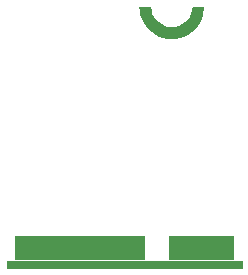
<source format=gbr>
%TF.GenerationSoftware,KiCad,Pcbnew,9.0.0*%
%TF.CreationDate,2025-05-23T15:56:35+04:00*%
%TF.ProjectId,02_01_sensor_IMU_LSM6DSO32,30325f30-315f-4736-956e-736f725f494d,rev?*%
%TF.SameCoordinates,Original*%
%TF.FileFunction,Soldermask,Bot*%
%TF.FilePolarity,Negative*%
%FSLAX46Y46*%
G04 Gerber Fmt 4.6, Leading zero omitted, Abs format (unit mm)*
G04 Created by KiCad (PCBNEW 9.0.0) date 2025-05-23 15:56:35*
%MOMM*%
%LPD*%
G01*
G04 APERTURE LIST*
G04 Aperture macros list*
%AMRoundRect*
0 Rectangle with rounded corners*
0 $1 Rounding radius*
0 $2 $3 $4 $5 $6 $7 $8 $9 X,Y pos of 4 corners*
0 Add a 4 corners polygon primitive as box body*
4,1,4,$2,$3,$4,$5,$6,$7,$8,$9,$2,$3,0*
0 Add four circle primitives for the rounded corners*
1,1,$1+$1,$2,$3*
1,1,$1+$1,$4,$5*
1,1,$1+$1,$6,$7*
1,1,$1+$1,$8,$9*
0 Add four rect primitives between the rounded corners*
20,1,$1+$1,$2,$3,$4,$5,0*
20,1,$1+$1,$4,$5,$6,$7,0*
20,1,$1+$1,$6,$7,$8,$9,0*
20,1,$1+$1,$8,$9,$2,$3,0*%
G04 Aperture macros list end*
%ADD10C,0.100000*%
%ADD11C,0.000000*%
%ADD12RoundRect,0.050000X-0.175000X-0.975000X0.175000X-0.975000X0.175000X0.975000X-0.175000X0.975000X0*%
%ADD13C,0.554000*%
G04 APERTURE END LIST*
D10*
X138500000Y-113850000D02*
X158400000Y-113850000D01*
X158400000Y-114400000D01*
X138500000Y-114400000D01*
X138500000Y-113850000D01*
G36*
X138500000Y-113850000D02*
G01*
X158400000Y-113850000D01*
X158400000Y-114400000D01*
X138500000Y-114400000D01*
X138500000Y-113850000D01*
G37*
D11*
%TO.C,J1*%
G36*
X150777686Y-92578884D02*
G01*
X150856638Y-92873535D01*
X150985556Y-93150000D01*
X151160522Y-93399878D01*
X151376222Y-93615578D01*
X151626100Y-93790544D01*
X151902565Y-93919462D01*
X152197216Y-93998414D01*
X152501100Y-94025000D01*
X152804984Y-93998414D01*
X153099635Y-93919462D01*
X153376100Y-93790544D01*
X153625978Y-93615578D01*
X153841678Y-93399878D01*
X154016644Y-93150000D01*
X154145562Y-92873535D01*
X154224514Y-92578884D01*
X154251100Y-92275000D01*
X155251100Y-92275000D01*
X155157396Y-92986752D01*
X155041769Y-93327379D01*
X154882670Y-93650000D01*
X154682822Y-93949094D01*
X154445644Y-94219544D01*
X154175194Y-94456722D01*
X153876100Y-94656570D01*
X153553479Y-94815669D01*
X153212852Y-94931296D01*
X152860047Y-95001473D01*
X152501100Y-95025000D01*
X152142153Y-95001473D01*
X151789348Y-94931296D01*
X151448721Y-94815669D01*
X151126100Y-94656570D01*
X150827006Y-94456722D01*
X150556556Y-94219544D01*
X150319378Y-93949094D01*
X150119530Y-93650000D01*
X149960431Y-93327379D01*
X149844804Y-92986752D01*
X149774627Y-92633947D01*
X149751100Y-92275000D01*
X150751100Y-92275000D01*
X150777686Y-92578884D01*
G37*
%TD*%
D12*
%TO.C,J1*%
X157501100Y-112750000D03*
X157001100Y-112750000D03*
X156501100Y-112750000D03*
X156001100Y-112750000D03*
X155501100Y-112750000D03*
X155001100Y-112750000D03*
X154501100Y-112750000D03*
X154001100Y-112750000D03*
X153501100Y-112750000D03*
X153001100Y-112750000D03*
X152501100Y-112750000D03*
X150001100Y-112750000D03*
X149501100Y-112750000D03*
X149001100Y-112750000D03*
X148501100Y-112750000D03*
X148001100Y-112750000D03*
X147501100Y-112750000D03*
X147001100Y-112750000D03*
X146501100Y-112750000D03*
X146001100Y-112750000D03*
X145501100Y-112750000D03*
X145001100Y-112750000D03*
X144501100Y-112750000D03*
X144001100Y-112750000D03*
X143501100Y-112750000D03*
X143001100Y-112750000D03*
X142501100Y-112750000D03*
X142001100Y-112750000D03*
X141501100Y-112750000D03*
X141001100Y-112750000D03*
X140501100Y-112750000D03*
X140001100Y-112750000D03*
X139501100Y-112750000D03*
D13*
X150401100Y-93275000D03*
X152501100Y-94575000D03*
X154601100Y-93275000D03*
%TD*%
M02*

</source>
